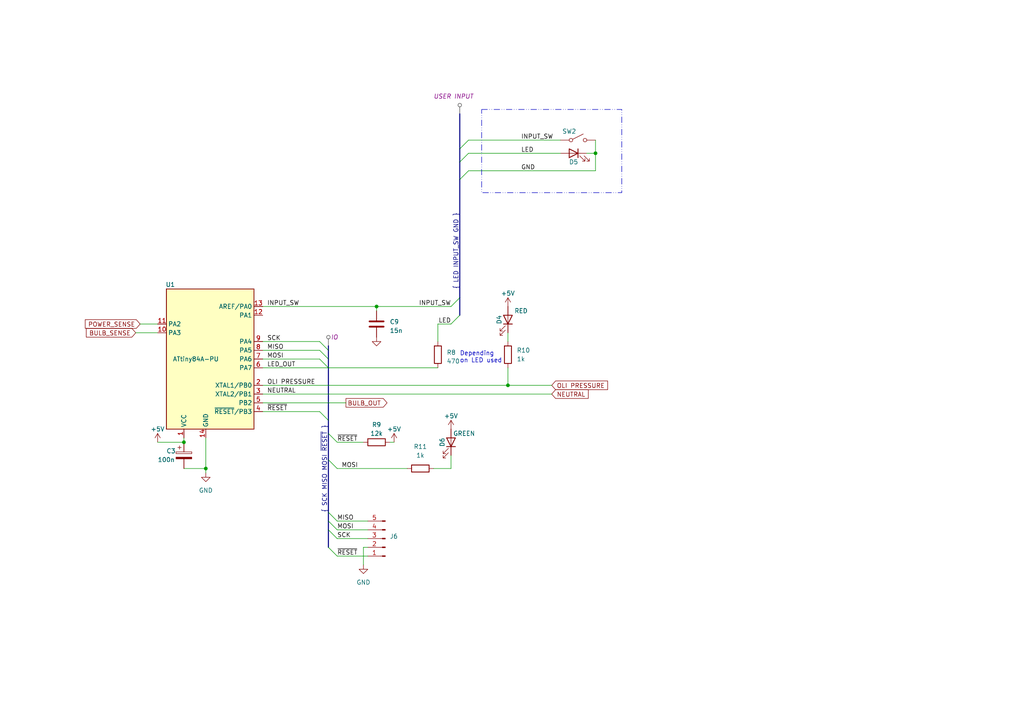
<source format=kicad_sch>
(kicad_sch (version 20231120) (generator "eeschema") (generator_version "8.0")
  (paper "A4")
  (title_block (title "Driver module") (date "2023-04-19"))
  (lib_symbols
    (symbol "Connector:Conn_01x05_Pin" (pin_names (offset 1.016) hide)
      (property "Reference" "J" (at 0 7.62 0))
      (property "Value" "Conn_01x05_Pin" (at 0 -7.62 0))
      (symbol "Conn_01x05_Pin_1_1"
        (polyline (pts (xy 1.27 -5.08) (xy 0.8636 -5.08)) (stroke (width 0.1524)))
        (polyline (pts (xy 1.27 -2.54) (xy 0.8636 -2.54)) (stroke (width 0.1524)))
        (polyline (pts (xy 1.27 0) (xy 0.8636 0)) (stroke (width 0.1524)))
        (polyline (pts (xy 1.27 2.54) (xy 0.8636 2.54)) (stroke (width 0.1524)))
        (polyline (pts (xy 1.27 5.08) (xy 0.8636 5.08)) (stroke (width 0.1524)))
        (rectangle (start 0.8636 -4.953) (end 0 -5.207) (stroke (width 0.1524)) (fill (type outline)))
        (rectangle (start 0.8636 -2.413) (end 0 -2.667) (stroke (width 0.1524)) (fill (type outline)))
        (rectangle (start 0.8636 0.127) (end 0 -0.127) (stroke (width 0.1524)) (fill (type outline)))
        (rectangle (start 0.8636 2.667) (end 0 2.413) (stroke (width 0.1524)) (fill (type outline)))
        (rectangle (start 0.8636 5.207) (end 0 4.953) (stroke (width 0.1524)) (fill (type outline)))
        (pin passive line (at 5.08 5.08 180) (length 3.81) (name "Pin_1") (number "1"))
        (pin passive line (at 5.08 2.54 180) (length 3.81) (name "Pin_2") (number "2"))
        (pin passive line (at 5.08 0 180) (length 3.81) (name "Pin_3") (number "3"))
        (pin passive line (at 5.08 -2.54 180) (length 3.81) (name "Pin_4") (number "4"))
        (pin passive line (at 5.08 -5.08 180) (length 3.81) (name "Pin_5") (number "5"))
      )
    )
    (symbol "Device:C" (pin_numbers hide) (pin_names (offset 0.254))
      (property "Reference" "C" (at 0.635 2.54 0))
      (property "Value" "C" (at 0.635 -2.54 0))
      (symbol "C_0_1"
        (polyline (pts (xy -2.032 -0.762) (xy 2.032 -0.762)) (stroke (width 0.508)))
        (polyline (pts (xy -2.032 0.762) (xy 2.032 0.762)) (stroke (width 0.508)))
      )
      (symbol "C_1_1"
        (pin passive line (at 0 3.81 270) (length 2.794) (name "~") (number "1"))
        (pin passive line (at 0 -3.81 90) (length 2.794) (name "~") (number "2"))
      )
    )
    (symbol "Device:C_Polarized" (pin_numbers hide) (pin_names (offset 0.254))
      (property "Reference" "C" (at 0.635 2.54 0))
      (property "Value" "C_Polarized" (at 0.635 -2.54 0))
      (symbol "C_Polarized_0_1"
        (rectangle (start -2.286 0.508) (end 2.286 1.016))
        (polyline (pts (xy -1.778 2.286) (xy -0.762 2.286)))
        (polyline (pts (xy -1.27 2.794) (xy -1.27 1.778)))
        (rectangle (start 2.286 -0.508) (end -2.286 -1.016) (fill (type outline)))
      )
      (symbol "C_Polarized_1_1"
        (pin passive line (at 0 3.81 270) (length 2.794) (name "~") (number "1"))
        (pin passive line (at 0 -3.81 90) (length 2.794) (name "~") (number "2"))
      )
    )
    (symbol "Device:LED" (pin_numbers hide) (pin_names (offset 1.016) hide)
      (property "Reference" "D" (at 0 2.54 0))
      (property "Value" "LED" (at 0 -2.54 0))
      (symbol "LED_0_1"
        (polyline (pts (xy -1.27 -1.27) (xy -1.27 1.27)) (stroke (width 0.254)))
        (polyline (pts (xy -1.27 0) (xy 1.27 0)))
        (polyline (pts (xy 1.27 -1.27) (xy 1.27 1.27) (xy -1.27 0) (xy 1.27 -1.27)) (stroke (width 0.254)))
        (polyline (pts (xy -3.048 -0.762) (xy -4.572 -2.286) (xy -3.81 -2.286) (xy -4.572 -2.286) (xy -4.572 -1.524)))
        (polyline (pts (xy -1.778 -0.762) (xy -3.302 -2.286) (xy -2.54 -2.286) (xy -3.302 -2.286) (xy -3.302 -1.524)))
      )
      (symbol "LED_1_1"
        (pin passive line (at -3.81 0 0) (length 2.54) (name "K") (number "1"))
        (pin passive line (at 3.81 0 180) (length 2.54) (name "A") (number "2"))
      )
    )
    (symbol "Device:R" (pin_numbers hide) (pin_names (offset 0))
      (property "Reference" "R" (at 2.032 0 90))
      (property "Value" "R" (at 0 0 90))
      (symbol "R_0_1"
        (rectangle (start -1.016 -2.54) (end 1.016 2.54) (stroke (width 0.254)))
      )
      (symbol "R_1_1"
        (pin passive line (at 0 3.81 270) (length 1.27) (name "~") (number "1"))
        (pin passive line (at 0 -3.81 90) (length 1.27) (name "~") (number "2"))
      )
    )
    (symbol "MCU_Microchip_ATtiny:ATtiny84A-SS"
      (property "Reference" "U1" (at -10.16 21.59 0))
      (property "Value" "ATtiny84A-PU" (at 2.54 0 0))
      (symbol "ATtiny84A-SS_0_1"
        (rectangle (start -12.7 20.32) (end 12.7 -20.32) (stroke (width 0.254)) (fill (type background)))
      )
      (symbol "ATtiny84A-SS_1_1"
        (pin power_in line (at -7.62 -22.86 90) (length 2.54) (name "VCC") (number "1"))
        (pin bidirectional line (at -15.24 7.62 0) (length 2.54) (name "PA3") (number "10"))
        (pin bidirectional line (at -15.24 10.16 0) (length 2.54) (name "PA2") (number "11"))
        (pin bidirectional line (at 15.24 12.7 180) (length 2.54) (name "PA1") (number "12"))
        (pin bidirectional line (at 15.24 15.24 180) (length 2.54) (name "AREF/PA0") (number "13"))
        (pin power_in line (at -1.27 -22.86 90) (length 2.54) (name "GND") (number "14"))
        (pin bidirectional line (at 15.24 -7.62 180) (length 2.54) (name "XTAL1/PB0") (number "2"))
        (pin bidirectional line (at 15.24 -10.16 180) (length 2.54) (name "XTAL2/PB1") (number "3"))
        (pin bidirectional line (at 15.24 -15.24 180) (length 2.54) (name "~{RESET}/PB3") (number "4"))
        (pin bidirectional line (at 15.24 -12.7 180) (length 2.54) (name "PB2") (number "5"))
        (pin bidirectional line (at 15.24 -2.54 180) (length 2.54) (name "PA7") (number "6"))
        (pin bidirectional line (at 15.24 0 180) (length 2.54) (name "PA6") (number "7"))
        (pin bidirectional line (at 15.24 2.54 180) (length 2.54) (name "PA5") (number "8"))
        (pin bidirectional line (at 15.24 5.08 180) (length 2.54) (name "PA4") (number "9"))
      )
    )
    (symbol "Switch:SW_SPST" (pin_numbers hide) (pin_names (offset 0) hide)
      (property "Reference" "SW" (at 0 3.175 0))
      (property "Value" "SW_SPST" (at 0 -2.54 0))
      (symbol "SW_SPST_0_0"
        (circle (center -2.032 0) (radius 0.508))
        (polyline (pts (xy -1.524 0.254) (xy 1.524 1.778)))
        (circle (center 2.032 0) (radius 0.508))
      )
      (symbol "SW_SPST_1_1"
        (pin passive line (at -5.08 0 0) (length 2.54) (name "A") (number "1"))
        (pin passive line (at 5.08 0 180) (length 2.54) (name "B") (number "2"))
      )
    )
    (symbol "power:+5V" (power) (pin_names (offset 0))
      (property "Value" "+5V" (at 0 3.556 0))
      (symbol "+5V_0_1"
        (polyline (pts (xy -0.762 1.27) (xy 0 2.54)))
        (polyline (pts (xy 0 0) (xy 0 2.54)))
        (polyline (pts (xy 0 2.54) (xy 0.762 1.27)))
      )
      (symbol "+5V_1_1"
        (pin power_in line (at 0 0 90) (length 0) hide (name "+5V") (number "1"))
      )
    )
    (symbol "power:GND" (power) (pin_names (offset 0))
      (property "Value" "GND" (at 0 -3.81 0))
      (symbol "GND_0_1"
        (polyline (pts (xy 0 0) (xy 0 -1.27) (xy 1.27 -1.27) (xy 0 -2.54) (xy -1.27 -1.27) (xy 0 -1.27)))
      )
      (symbol "GND_1_1"
        (pin power_in line (at 0 0 270) (length 0) hide (name "GND") (number "1"))
      )
    )
  )
  (junction (at 59.69 135.89))
  (junction (at 53.34 128.27))
  (junction (at 172.72 44.45))
  (junction (at 109.22 88.9))
  (junction (at 147.32 111.76))
  (bus_entry (at 95.25 148.59) (size 2.54 2.54))
  (bus_entry (at 95.25 153.67) (size 2.54 2.54))
  (bus_entry (at 95.25 133.35) (size 2.54 2.54))
  (bus_entry (at 92.71 101.6) (size 2.54 2.54))
  (bus_entry (at 133.35 43.18) (size 2.54 -2.54))
  (bus_entry (at 130.81 88.9) (size 2.54 -2.54))
  (bus_entry (at 133.35 46.99) (size 2.54 -2.54))
  (bus_entry (at 133.35 52.07) (size 2.54 -2.54))
  (bus_entry (at 95.25 158.75) (size 2.54 2.54))
  (bus_entry (at 92.71 119.38) (size 2.54 2.54))
  (bus_entry (at 92.71 99.06) (size 2.54 2.54))
  (bus_entry (at 95.25 125.73) (size 2.54 2.54))
  (bus_entry (at 130.81 93.98) (size 2.54 -2.54))
  (bus_entry (at 95.25 151.13) (size 2.54 2.54))
  (bus_entry (at 92.71 104.14) (size 2.54 2.54))
  (wire (pts (xy 76.2 99.06) (xy 92.71 99.06)))
  (bus (pts (xy 133.35 43.18) (xy 133.35 46.99)))
  (bus (pts (xy 95.25 133.35) (xy 95.25 148.59)))
  (bus (pts (xy 95.25 106.68) (xy 95.25 121.92)))
  (wire (pts (xy 172.72 40.64) (xy 172.72 44.45)))
  (wire (pts (xy 59.69 127) (xy 59.69 135.89)))
  (wire (pts (xy 147.32 96.52) (xy 147.32 99.06)))
  (wire (pts (xy 170.18 44.45) (xy 172.72 44.45)))
  (bus (pts (xy 95.25 148.59) (xy 95.25 151.13)))
  (wire (pts (xy 97.79 161.29) (xy 106.68 161.29)))
  (wire (pts (xy 109.22 88.9) (xy 130.81 88.9)))
  (wire (pts (xy 59.69 135.89) (xy 59.69 137.16)))
  (bus (pts (xy 133.35 86.36) (xy 133.35 91.44)))
  (bus (pts (xy 133.35 33.02) (xy 133.35 43.18)))
  (wire (pts (xy 76.2 88.9) (xy 109.22 88.9)))
  (wire (pts (xy 76.2 114.3) (xy 160.02 114.3)))
  (bus (pts (xy 95.25 104.14) (xy 95.25 106.68)))
  (wire (pts (xy 109.22 88.9) (xy 109.22 90.17)))
  (wire (pts (xy 39.37 96.52) (xy 45.72 96.52)))
  (wire (pts (xy 76.2 116.84) (xy 100.33 116.84)))
  (bus (pts (xy 95.25 125.73) (xy 95.25 133.35)))
  (wire (pts (xy 97.79 135.89) (xy 118.11 135.89)))
  (wire (pts (xy 125.73 135.89) (xy 130.81 135.89)))
  (bus (pts (xy 133.35 46.99) (xy 133.35 52.07)))
  (wire (pts (xy 97.79 128.27) (xy 105.41 128.27)))
  (wire (pts (xy 105.41 158.75) (xy 105.41 163.83)))
  (wire (pts (xy 76.2 111.76) (xy 147.32 111.76)))
  (wire (pts (xy 127 93.98) (xy 130.81 93.98)))
  (wire (pts (xy 76.2 119.38) (xy 92.71 119.38)))
  (bus (pts (xy 133.35 52.07) (xy 133.35 86.36)))
  (bus (pts (xy 95.25 101.6) (xy 95.25 104.14)))
  (wire (pts (xy 127 93.98) (xy 127 99.06)))
  (wire (pts (xy 135.89 49.53) (xy 172.72 49.53)))
  (wire (pts (xy 97.79 156.21) (xy 106.68 156.21)))
  (wire (pts (xy 147.32 111.76) (xy 160.02 111.76)))
  (bus (pts (xy 95.25 151.13) (xy 95.25 153.67)))
  (wire (pts (xy 113.03 128.27) (xy 114.3 128.27)))
  (wire (pts (xy 135.89 40.64) (xy 162.56 40.64)))
  (bus (pts (xy 95.25 121.92) (xy 95.25 125.73)))
  (wire (pts (xy 147.32 106.68) (xy 147.32 111.76)))
  (wire (pts (xy 76.2 104.14) (xy 92.71 104.14)))
  (wire (pts (xy 53.34 135.89) (xy 59.69 135.89)))
  (wire (pts (xy 45.72 93.98) (xy 40.64 93.98)))
  (wire (pts (xy 97.79 153.67) (xy 106.68 153.67)))
  (wire (pts (xy 53.34 127) (xy 53.34 128.27)))
  (wire (pts (xy 135.89 44.45) (xy 162.56 44.45)))
  (bus (pts (xy 95.25 153.67) (xy 95.25 158.75)))
  (wire (pts (xy 97.79 151.13) (xy 106.68 151.13)))
  (bus (pts (xy 95.25 100.33) (xy 95.25 101.6)))
  (wire (pts (xy 45.72 128.27) (xy 53.34 128.27)))
  (wire (pts (xy 95.25 106.68) (xy 127 106.68)))
  (wire (pts (xy 76.2 101.6) (xy 92.71 101.6)))
  (wire (pts (xy 106.68 158.75) (xy 105.41 158.75)))
  (wire (pts (xy 76.2 106.68) (xy 95.25 106.68)))
  (wire (pts (xy 172.72 44.45) (xy 172.72 49.53)))
  (wire (pts (xy 130.81 135.89) (xy 130.81 132.08)))
  (rectangle (start 139.7 31.75) (end 180.34 55.88) (stroke (width 0) (type dash_dot_dot)))
  (text "Depending\non LED used" (at 133.35 105.41 0) (effects (font (size 1.27 1.27)) (justify left bottom)))
  (label "~{RESET}" (at 77.47 119.38 0))
  (label "SCK" (at 97.79 156.21 0))
  (label "NEUTRAL" (at 77.47 114.3 0))
  (label "MISO" (at 97.79 151.13 0))
  (label "{ LED INPUT_SW GND }" (at 133.35 83.82 90))
  (label "LED" (at 151.13 44.45 0))
  (label "MOSI" (at 77.47 104.14 0))
  (label "GND" (at 151.13 49.53 0))
  (label "OLI PRESSURE" (at 77.47 111.76 0))
  (label "INPUT_SW" (at 130.81 88.9 180))
  (label "MISO" (at 77.47 101.6 0))
  (label "MOSI" (at 99.06 135.89 0))
  (label "~{RESET}" (at 97.79 161.29 0))
  (label "LED" (at 130.81 93.98 180))
  (label "INPUT_SW" (at 151.13 40.64 0))
  (label "LED_OUT" (at 77.47 106.68 0))
  (label "~{RESET}" (at 97.79 128.27 0))
  (label "INPUT_SW" (at 77.47 88.9 0))
  (label "MOSI" (at 97.79 153.67 0))
  (label "{ SCK MISO MOSI ~{RESET} }" (at 95.25 148.59 90))
  (label "SCK" (at 77.47 99.06 0))
  (global_label "NEUTRAL" (shape input) (at 160.02 114.3 0) (property "Intersheetrefs" "${INTERSHEET_REFS}" (effects (hide yes))))
  (global_label "OLI PRESSURE" (shape input) (at 160.02 111.76 0) (property "Intersheetrefs" "${INTERSHEET_REFS}" (effects (hide yes))))
  (global_label "POWER_SENSE" (shape input) (at 40.64 93.98 180) (property "Intersheetrefs" "${INTERSHEET_REFS}" (effects (hide yes))))
  (global_label "BULB_SENSE" (shape input) (at 39.37 96.52 180) (property "Intersheetrefs" "${INTERSHEET_REFS}" (effects (hide yes))))
  (global_label "BULB_OUT" (shape output) (at 100.33 116.84 0) (property "Intersheetrefs" "${INTERSHEET_REFS}" (effects (hide yes))))
  (netclass_flag "" (length 2.54) (shape round) (at 133.35 33.02 0) (property "Netclass" "USER INPUT" (at 125.73 27.94 0) (effects (font (italic yes)) (justify left))))
  (netclass_flag "" (length 2.54) (shape round) (at 95.25 100.33 0) (property "Netclass" "IO" (at 95.9485 97.79 0) (effects (font (italic yes)) (justify left))))
  (symbol (lib_id "Device:R") (at 109.22 128.27 90) (unit 1)
    (property "Reference" "R9" (at 109.22 123.19 90))
    (property "Value" "12k" (at 109.22 125.73 90))
  )
  (symbol (lib_id "Device:C_Polarized") (at 53.34 132.08 0) (unit 1)
    (property "Reference" "C3" (at 48.26 130.81 0) (effects (justify left)))
    (property "Value" "100n" (at 45.72 133.35 0) (effects (justify left)))
  )
  (symbol (lib_id "Device:LED") (at 166.37 44.45 0) (mirror y) (unit 1)
    (property "Reference" "D5" (at 166.37 46.99 0))
    (property "Value" "LED" (effects (hide yes)))
  )
  (symbol (lib_id "Device:R") (at 121.92 135.89 270) (unit 1)
    (property "Reference" "R11" (at 121.92 129.54 90))
    (property "Value" "1k" (at 121.92 132.08 90))
  )
  (symbol (lib_id "power:GND") (at 105.41 163.83 0) (unit 1)
    (property "Reference" "#PWR012" (effects (hide yes)))
    (property "Value" "GND" (at 105.41 168.91 0))
  )
  (symbol (lib_id "Switch:SW_SPST") (at 167.64 40.64 0) (unit 1)
    (property "Reference" "SW2" (at 165.1 38.1 0))
    (property "Value" "SW_SPST" (effects (hide yes)))
  )
  (symbol (lib_id "power:+5V") (at 45.72 128.27 0) (unit 1)
    (property "Reference" "#PWR09" (effects (hide yes)))
    (property "Value" "+5V" (at 45.72 124.46 0))
  )
  (symbol (lib_id "power:+5V") (at 130.81 124.46 0) (unit 1)
    (property "Reference" "#PWR013" (effects (hide yes)))
    (property "Value" "+5V" (at 130.81 120.65 0))
  )
  (symbol (lib_id "power:+5V") (at 147.32 88.9 0) (unit 1)
    (property "Reference" "#PWR011" (effects (hide yes)))
    (property "Value" "+5V" (at 147.32 85.09 0))
  )
  (symbol (lib_id "Device:LED") (at 147.32 92.71 270) (mirror x) (unit 1)
    (property "Reference" "D4" (at 144.78 92.71 0))
    (property "Value" "RED" (at 151.13 90.17 90))
  )
  (symbol (lib_id "Connector:Conn_01x05_Pin") (at 111.76 156.21 180) (unit 1)
    (property "Reference" "J6" (at 113.03 155.575 0) (effects (justify right)))
    (property "Value" "Conn_01x06_Pin" (effects (hide yes)))
  )
  (symbol (lib_id "Device:C") (at 109.22 93.98 0) (unit 1)
    (property "Reference" "C9" (at 113.03 93.345 0) (effects (justify left)))
    (property "Value" "15n" (at 113.03 95.885 0) (effects (justify left)))
  )
  (symbol (lib_id "Device:R") (at 127 102.87 180) (unit 1)
    (property "Reference" "R8" (at 129.54 102.235 0) (effects (justify right)))
    (property "Value" "470" (at 129.54 104.775 0) (effects (justify right)))
  )
  (symbol (lib_id "Device:R") (at 147.32 102.87 180) (unit 1)
    (property "Reference" "R10" (at 149.86 101.5999 0) (effects (justify right)))
    (property "Value" "1k" (at 149.86 104.1399 0) (effects (justify right)))
  )
  (symbol (lib_id "Device:LED") (at 130.81 128.27 270) (mirror x) (unit 1)
    (property "Reference" "D6" (at 128.27 128.27 0))
    (property "Value" "GREEN" (at 134.62 125.73 90))
  )
  (symbol (lib_id "MCU_Microchip_ATtiny:ATtiny84A-SS") (at 60.96 104.14 0) (unit 1)
    (property "Reference" "U1" (at 50.8 82.55 0) (effects (justify right)))
    (property "Value" "ATtiny84A-PU" (at 63.5 104.14 0) (effects (justify right)))
    (property "Footprint" "Package_DIP:DIP-14_W7.62mm" (effects (hide yes)))
    (property "Datasheet" "http://ww1.microchip.com/downloads/en/DeviceDoc/doc8183.pdf" (effects (hide yes)))
  )
  (symbol (lib_id "power:+5V") (at 114.3 128.27 0) (unit 1)
    (property "Reference" "#PWR014" (effects (hide yes)))
    (property "Value" "+5V" (at 114.3 124.46 0))
  )
  (symbol (lib_id "power:GND") (at 59.69 137.16 0) (unit 1)
    (property "Reference" "#PWR010" (effects (hide yes)))
    (property "Value" "GND" (at 59.69 142.24 0))
  )
  (symbol (lib_id "power:GND") (at 109.22 97.79 0) (unit 1)
    (property "Reference" "#PWR03" (effects (hide yes)))
    (property "Value" "GND" (effects (hide yes)))
  )
)
</source>
